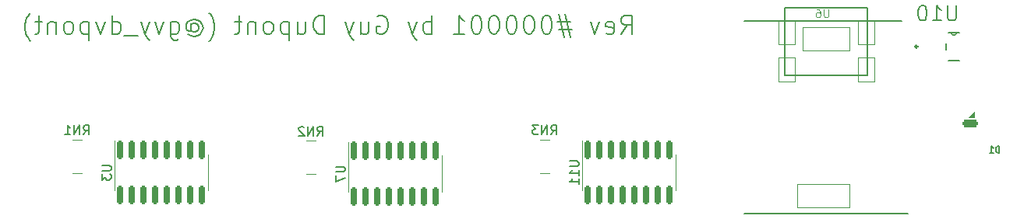
<source format=gbo>
G04 #@! TF.GenerationSoftware,KiCad,Pcbnew,(6.0.6-0)*
G04 #@! TF.CreationDate,2022-09-04T13:15:17-04:00*
G04 #@! TF.ProjectId,dial_toner_mx,6469616c-5f74-46f6-9e65-725f6d782e6b,rev?*
G04 #@! TF.SameCoordinates,Original*
G04 #@! TF.FileFunction,Legend,Bot*
G04 #@! TF.FilePolarity,Positive*
%FSLAX46Y46*%
G04 Gerber Fmt 4.6, Leading zero omitted, Abs format (unit mm)*
G04 Created by KiCad (PCBNEW (6.0.6-0)) date 2022-09-04 13:15:17*
%MOMM*%
%LPD*%
G01*
G04 APERTURE LIST*
G04 Aperture macros list*
%AMRoundRect*
0 Rectangle with rounded corners*
0 $1 Rounding radius*
0 $2 $3 $4 $5 $6 $7 $8 $9 X,Y pos of 4 corners*
0 Add a 4 corners polygon primitive as box body*
4,1,4,$2,$3,$4,$5,$6,$7,$8,$9,$2,$3,0*
0 Add four circle primitives for the rounded corners*
1,1,$1+$1,$2,$3*
1,1,$1+$1,$4,$5*
1,1,$1+$1,$6,$7*
1,1,$1+$1,$8,$9*
0 Add four rect primitives between the rounded corners*
20,1,$1+$1,$2,$3,$4,$5,0*
20,1,$1+$1,$4,$5,$6,$7,0*
20,1,$1+$1,$6,$7,$8,$9,0*
20,1,$1+$1,$8,$9,$2,$3,0*%
G04 Aperture macros list end*
%ADD10C,0.150000*%
%ADD11C,0.101600*%
%ADD12C,0.066040*%
%ADD13C,0.127000*%
%ADD14C,0.254000*%
%ADD15C,0.120000*%
%ADD16C,0.152400*%
%ADD17C,0.100000*%
%ADD18O,2.748280X1.998980*%
%ADD19C,1.700000*%
%ADD20C,1.701800*%
%ADD21C,0.990600*%
%ADD22C,3.429000*%
%ADD23C,2.032000*%
%ADD24R,0.800000X0.480000*%
%ADD25R,0.800000X0.320000*%
%ADD26R,1.270000X0.558800*%
%ADD27R,1.700000X0.820000*%
%ADD28RoundRect,0.205000X0.645000X0.205000X-0.645000X0.205000X-0.645000X-0.205000X0.645000X-0.205000X0*%
%ADD29RoundRect,0.150000X-0.150000X0.825000X-0.150000X-0.825000X0.150000X-0.825000X0.150000X0.825000X0*%
G04 APERTURE END LIST*
D10*
X153221523Y-120284761D02*
X153888190Y-119332380D01*
X154364380Y-120284761D02*
X154364380Y-118284761D01*
X153602476Y-118284761D01*
X153412000Y-118380000D01*
X153316761Y-118475238D01*
X153221523Y-118665714D01*
X153221523Y-118951428D01*
X153316761Y-119141904D01*
X153412000Y-119237142D01*
X153602476Y-119332380D01*
X154364380Y-119332380D01*
X151602476Y-120189523D02*
X151792952Y-120284761D01*
X152173904Y-120284761D01*
X152364380Y-120189523D01*
X152459619Y-119999047D01*
X152459619Y-119237142D01*
X152364380Y-119046666D01*
X152173904Y-118951428D01*
X151792952Y-118951428D01*
X151602476Y-119046666D01*
X151507238Y-119237142D01*
X151507238Y-119427619D01*
X152459619Y-119618095D01*
X150840571Y-118951428D02*
X150364380Y-120284761D01*
X149888190Y-118951428D01*
X147697714Y-118951428D02*
X146269142Y-118951428D01*
X147126285Y-118094285D02*
X147697714Y-120665714D01*
X146459619Y-119808571D02*
X147888190Y-119808571D01*
X147031047Y-120665714D02*
X146459619Y-118094285D01*
X145221523Y-118284761D02*
X145031047Y-118284761D01*
X144840571Y-118380000D01*
X144745333Y-118475238D01*
X144650095Y-118665714D01*
X144554857Y-119046666D01*
X144554857Y-119522857D01*
X144650095Y-119903809D01*
X144745333Y-120094285D01*
X144840571Y-120189523D01*
X145031047Y-120284761D01*
X145221523Y-120284761D01*
X145412000Y-120189523D01*
X145507238Y-120094285D01*
X145602476Y-119903809D01*
X145697714Y-119522857D01*
X145697714Y-119046666D01*
X145602476Y-118665714D01*
X145507238Y-118475238D01*
X145412000Y-118380000D01*
X145221523Y-118284761D01*
X143316761Y-118284761D02*
X143126285Y-118284761D01*
X142935809Y-118380000D01*
X142840571Y-118475238D01*
X142745333Y-118665714D01*
X142650095Y-119046666D01*
X142650095Y-119522857D01*
X142745333Y-119903809D01*
X142840571Y-120094285D01*
X142935809Y-120189523D01*
X143126285Y-120284761D01*
X143316761Y-120284761D01*
X143507238Y-120189523D01*
X143602476Y-120094285D01*
X143697714Y-119903809D01*
X143792952Y-119522857D01*
X143792952Y-119046666D01*
X143697714Y-118665714D01*
X143602476Y-118475238D01*
X143507238Y-118380000D01*
X143316761Y-118284761D01*
X141412000Y-118284761D02*
X141221523Y-118284761D01*
X141031047Y-118380000D01*
X140935809Y-118475238D01*
X140840571Y-118665714D01*
X140745333Y-119046666D01*
X140745333Y-119522857D01*
X140840571Y-119903809D01*
X140935809Y-120094285D01*
X141031047Y-120189523D01*
X141221523Y-120284761D01*
X141412000Y-120284761D01*
X141602476Y-120189523D01*
X141697714Y-120094285D01*
X141792952Y-119903809D01*
X141888190Y-119522857D01*
X141888190Y-119046666D01*
X141792952Y-118665714D01*
X141697714Y-118475238D01*
X141602476Y-118380000D01*
X141412000Y-118284761D01*
X139507238Y-118284761D02*
X139316761Y-118284761D01*
X139126285Y-118380000D01*
X139031047Y-118475238D01*
X138935809Y-118665714D01*
X138840571Y-119046666D01*
X138840571Y-119522857D01*
X138935809Y-119903809D01*
X139031047Y-120094285D01*
X139126285Y-120189523D01*
X139316761Y-120284761D01*
X139507238Y-120284761D01*
X139697714Y-120189523D01*
X139792952Y-120094285D01*
X139888190Y-119903809D01*
X139983428Y-119522857D01*
X139983428Y-119046666D01*
X139888190Y-118665714D01*
X139792952Y-118475238D01*
X139697714Y-118380000D01*
X139507238Y-118284761D01*
X137602476Y-118284761D02*
X137412000Y-118284761D01*
X137221523Y-118380000D01*
X137126285Y-118475238D01*
X137031047Y-118665714D01*
X136935809Y-119046666D01*
X136935809Y-119522857D01*
X137031047Y-119903809D01*
X137126285Y-120094285D01*
X137221523Y-120189523D01*
X137412000Y-120284761D01*
X137602476Y-120284761D01*
X137792952Y-120189523D01*
X137888190Y-120094285D01*
X137983428Y-119903809D01*
X138078666Y-119522857D01*
X138078666Y-119046666D01*
X137983428Y-118665714D01*
X137888190Y-118475238D01*
X137792952Y-118380000D01*
X137602476Y-118284761D01*
X135031047Y-120284761D02*
X136173904Y-120284761D01*
X135602476Y-120284761D02*
X135602476Y-118284761D01*
X135792952Y-118570476D01*
X135983428Y-118760952D01*
X136173904Y-118856190D01*
X132650095Y-120284761D02*
X132650095Y-118284761D01*
X132650095Y-119046666D02*
X132459619Y-118951428D01*
X132078666Y-118951428D01*
X131888190Y-119046666D01*
X131792952Y-119141904D01*
X131697714Y-119332380D01*
X131697714Y-119903809D01*
X131792952Y-120094285D01*
X131888190Y-120189523D01*
X132078666Y-120284761D01*
X132459619Y-120284761D01*
X132650095Y-120189523D01*
X131031047Y-118951428D02*
X130554857Y-120284761D01*
X130078666Y-118951428D02*
X130554857Y-120284761D01*
X130745333Y-120760952D01*
X130840571Y-120856190D01*
X131031047Y-120951428D01*
X126745333Y-118380000D02*
X126935809Y-118284761D01*
X127221523Y-118284761D01*
X127507238Y-118380000D01*
X127697714Y-118570476D01*
X127792952Y-118760952D01*
X127888190Y-119141904D01*
X127888190Y-119427619D01*
X127792952Y-119808571D01*
X127697714Y-119999047D01*
X127507238Y-120189523D01*
X127221523Y-120284761D01*
X127031047Y-120284761D01*
X126745333Y-120189523D01*
X126650095Y-120094285D01*
X126650095Y-119427619D01*
X127031047Y-119427619D01*
X124935809Y-118951428D02*
X124935809Y-120284761D01*
X125792952Y-118951428D02*
X125792952Y-119999047D01*
X125697714Y-120189523D01*
X125507238Y-120284761D01*
X125221523Y-120284761D01*
X125031047Y-120189523D01*
X124935809Y-120094285D01*
X124173904Y-118951428D02*
X123697714Y-120284761D01*
X123221523Y-118951428D02*
X123697714Y-120284761D01*
X123888190Y-120760952D01*
X123983428Y-120856190D01*
X124173904Y-120951428D01*
X120935809Y-120284761D02*
X120935809Y-118284761D01*
X120459619Y-118284761D01*
X120173904Y-118380000D01*
X119983428Y-118570476D01*
X119888190Y-118760952D01*
X119792952Y-119141904D01*
X119792952Y-119427619D01*
X119888190Y-119808571D01*
X119983428Y-119999047D01*
X120173904Y-120189523D01*
X120459619Y-120284761D01*
X120935809Y-120284761D01*
X118078666Y-118951428D02*
X118078666Y-120284761D01*
X118935809Y-118951428D02*
X118935809Y-119999047D01*
X118840571Y-120189523D01*
X118650095Y-120284761D01*
X118364380Y-120284761D01*
X118173904Y-120189523D01*
X118078666Y-120094285D01*
X117126285Y-118951428D02*
X117126285Y-120951428D01*
X117126285Y-119046666D02*
X116935809Y-118951428D01*
X116554857Y-118951428D01*
X116364380Y-119046666D01*
X116269142Y-119141904D01*
X116173904Y-119332380D01*
X116173904Y-119903809D01*
X116269142Y-120094285D01*
X116364380Y-120189523D01*
X116554857Y-120284761D01*
X116935809Y-120284761D01*
X117126285Y-120189523D01*
X115031047Y-120284761D02*
X115221523Y-120189523D01*
X115316761Y-120094285D01*
X115412000Y-119903809D01*
X115412000Y-119332380D01*
X115316761Y-119141904D01*
X115221523Y-119046666D01*
X115031047Y-118951428D01*
X114745333Y-118951428D01*
X114554857Y-119046666D01*
X114459619Y-119141904D01*
X114364380Y-119332380D01*
X114364380Y-119903809D01*
X114459619Y-120094285D01*
X114554857Y-120189523D01*
X114745333Y-120284761D01*
X115031047Y-120284761D01*
X113507238Y-118951428D02*
X113507238Y-120284761D01*
X113507238Y-119141904D02*
X113412000Y-119046666D01*
X113221523Y-118951428D01*
X112935809Y-118951428D01*
X112745333Y-119046666D01*
X112650095Y-119237142D01*
X112650095Y-120284761D01*
X111983428Y-118951428D02*
X111221523Y-118951428D01*
X111697714Y-118284761D02*
X111697714Y-119999047D01*
X111602476Y-120189523D01*
X111412000Y-120284761D01*
X111221523Y-120284761D01*
X108459619Y-121046666D02*
X108554857Y-120951428D01*
X108745333Y-120665714D01*
X108840571Y-120475238D01*
X108935809Y-120189523D01*
X109031047Y-119713333D01*
X109031047Y-119332380D01*
X108935809Y-118856190D01*
X108840571Y-118570476D01*
X108745333Y-118380000D01*
X108554857Y-118094285D01*
X108459619Y-117999047D01*
X106459619Y-119332380D02*
X106554857Y-119237142D01*
X106745333Y-119141904D01*
X106935809Y-119141904D01*
X107126285Y-119237142D01*
X107221523Y-119332380D01*
X107316761Y-119522857D01*
X107316761Y-119713333D01*
X107221523Y-119903809D01*
X107126285Y-119999047D01*
X106935809Y-120094285D01*
X106745333Y-120094285D01*
X106554857Y-119999047D01*
X106459619Y-119903809D01*
X106459619Y-119141904D02*
X106459619Y-119903809D01*
X106364380Y-119999047D01*
X106269142Y-119999047D01*
X106078666Y-119903809D01*
X105983428Y-119713333D01*
X105983428Y-119237142D01*
X106173904Y-118951428D01*
X106459619Y-118760952D01*
X106840571Y-118665714D01*
X107221523Y-118760952D01*
X107507238Y-118951428D01*
X107697714Y-119237142D01*
X107792952Y-119618095D01*
X107697714Y-119999047D01*
X107507238Y-120284761D01*
X107221523Y-120475238D01*
X106840571Y-120570476D01*
X106459619Y-120475238D01*
X106173904Y-120284761D01*
X104269142Y-118951428D02*
X104269142Y-120570476D01*
X104364380Y-120760952D01*
X104459619Y-120856190D01*
X104650095Y-120951428D01*
X104935809Y-120951428D01*
X105126285Y-120856190D01*
X104269142Y-120189523D02*
X104459619Y-120284761D01*
X104840571Y-120284761D01*
X105031047Y-120189523D01*
X105126285Y-120094285D01*
X105221523Y-119903809D01*
X105221523Y-119332380D01*
X105126285Y-119141904D01*
X105031047Y-119046666D01*
X104840571Y-118951428D01*
X104459619Y-118951428D01*
X104269142Y-119046666D01*
X103507238Y-118951428D02*
X103031047Y-120284761D01*
X102554857Y-118951428D01*
X101983428Y-118951428D02*
X101507238Y-120284761D01*
X101031047Y-118951428D02*
X101507238Y-120284761D01*
X101697714Y-120760952D01*
X101792952Y-120856190D01*
X101983428Y-120951428D01*
X100745333Y-120475238D02*
X99221523Y-120475238D01*
X97888190Y-120284761D02*
X97888190Y-118284761D01*
X97888190Y-120189523D02*
X98078666Y-120284761D01*
X98459619Y-120284761D01*
X98650095Y-120189523D01*
X98745333Y-120094285D01*
X98840571Y-119903809D01*
X98840571Y-119332380D01*
X98745333Y-119141904D01*
X98650095Y-119046666D01*
X98459619Y-118951428D01*
X98078666Y-118951428D01*
X97888190Y-119046666D01*
X97126285Y-118951428D02*
X96650095Y-120284761D01*
X96173904Y-118951428D01*
X95412000Y-118951428D02*
X95412000Y-120951428D01*
X95412000Y-119046666D02*
X95221523Y-118951428D01*
X94840571Y-118951428D01*
X94650095Y-119046666D01*
X94554857Y-119141904D01*
X94459619Y-119332380D01*
X94459619Y-119903809D01*
X94554857Y-120094285D01*
X94650095Y-120189523D01*
X94840571Y-120284761D01*
X95221523Y-120284761D01*
X95412000Y-120189523D01*
X93316761Y-120284761D02*
X93507238Y-120189523D01*
X93602476Y-120094285D01*
X93697714Y-119903809D01*
X93697714Y-119332380D01*
X93602476Y-119141904D01*
X93507238Y-119046666D01*
X93316761Y-118951428D01*
X93031047Y-118951428D01*
X92840571Y-119046666D01*
X92745333Y-119141904D01*
X92650095Y-119332380D01*
X92650095Y-119903809D01*
X92745333Y-120094285D01*
X92840571Y-120189523D01*
X93031047Y-120284761D01*
X93316761Y-120284761D01*
X91792952Y-118951428D02*
X91792952Y-120284761D01*
X91792952Y-119141904D02*
X91697714Y-119046666D01*
X91507238Y-118951428D01*
X91221523Y-118951428D01*
X91031047Y-119046666D01*
X90935809Y-119237142D01*
X90935809Y-120284761D01*
X90269142Y-118951428D02*
X89507238Y-118951428D01*
X89983428Y-118284761D02*
X89983428Y-119999047D01*
X89888190Y-120189523D01*
X89697714Y-120284761D01*
X89507238Y-120284761D01*
X89031047Y-121046666D02*
X88935809Y-120951428D01*
X88745333Y-120665714D01*
X88650095Y-120475238D01*
X88554857Y-120189523D01*
X88459619Y-119713333D01*
X88459619Y-119332380D01*
X88554857Y-118856190D01*
X88650095Y-118570476D01*
X88745333Y-118380000D01*
X88935809Y-118094285D01*
X89031047Y-117999047D01*
D11*
X175746833Y-117559666D02*
X175746833Y-118279333D01*
X175704500Y-118364000D01*
X175662166Y-118406333D01*
X175577500Y-118448666D01*
X175408166Y-118448666D01*
X175323500Y-118406333D01*
X175281166Y-118364000D01*
X175238833Y-118279333D01*
X175238833Y-117559666D01*
X174434500Y-117559666D02*
X174603833Y-117559666D01*
X174688500Y-117602000D01*
X174730833Y-117644333D01*
X174815500Y-117771333D01*
X174857833Y-117940666D01*
X174857833Y-118279333D01*
X174815500Y-118364000D01*
X174773166Y-118406333D01*
X174688500Y-118448666D01*
X174519166Y-118448666D01*
X174434500Y-118406333D01*
X174392166Y-118364000D01*
X174349833Y-118279333D01*
X174349833Y-118067666D01*
X174392166Y-117983000D01*
X174434500Y-117940666D01*
X174519166Y-117898333D01*
X174688500Y-117898333D01*
X174773166Y-117940666D01*
X174815500Y-117983000D01*
X174857833Y-118067666D01*
D10*
X145597476Y-131256380D02*
X145930809Y-130780190D01*
X146168904Y-131256380D02*
X146168904Y-130256380D01*
X145787952Y-130256380D01*
X145692714Y-130304000D01*
X145645095Y-130351619D01*
X145597476Y-130446857D01*
X145597476Y-130589714D01*
X145645095Y-130684952D01*
X145692714Y-130732571D01*
X145787952Y-130780190D01*
X146168904Y-130780190D01*
X145168904Y-131256380D02*
X145168904Y-130256380D01*
X144597476Y-131256380D01*
X144597476Y-130256380D01*
X144216523Y-130256380D02*
X143597476Y-130256380D01*
X143930809Y-130637333D01*
X143787952Y-130637333D01*
X143692714Y-130684952D01*
X143645095Y-130732571D01*
X143597476Y-130827809D01*
X143597476Y-131065904D01*
X143645095Y-131161142D01*
X143692714Y-131208761D01*
X143787952Y-131256380D01*
X144073666Y-131256380D01*
X144168904Y-131208761D01*
X144216523Y-131161142D01*
X189634931Y-117185710D02*
X189634931Y-118513565D01*
X189556822Y-118669783D01*
X189478713Y-118747892D01*
X189322495Y-118826001D01*
X189010058Y-118826001D01*
X188853840Y-118747892D01*
X188775731Y-118669783D01*
X188697622Y-118513565D01*
X188697622Y-117185710D01*
X187057331Y-118826001D02*
X187994640Y-118826001D01*
X187525985Y-118826001D02*
X187525985Y-117185710D01*
X187682204Y-117420037D01*
X187838422Y-117576255D01*
X187994640Y-117654364D01*
X186041913Y-117185710D02*
X185885694Y-117185710D01*
X185729476Y-117263819D01*
X185651367Y-117341928D01*
X185573258Y-117498146D01*
X185495149Y-117810583D01*
X185495149Y-118201128D01*
X185573258Y-118513565D01*
X185651367Y-118669783D01*
X185729476Y-118747892D01*
X185885694Y-118826001D01*
X186041913Y-118826001D01*
X186198131Y-118747892D01*
X186276240Y-118669783D01*
X186354349Y-118513565D01*
X186432458Y-118201128D01*
X186432458Y-117810583D01*
X186354349Y-117498146D01*
X186276240Y-117341928D01*
X186198131Y-117263819D01*
X186041913Y-117185710D01*
X120197476Y-131383380D02*
X120530809Y-130907190D01*
X120768904Y-131383380D02*
X120768904Y-130383380D01*
X120387952Y-130383380D01*
X120292714Y-130431000D01*
X120245095Y-130478619D01*
X120197476Y-130573857D01*
X120197476Y-130716714D01*
X120245095Y-130811952D01*
X120292714Y-130859571D01*
X120387952Y-130907190D01*
X120768904Y-130907190D01*
X119768904Y-131383380D02*
X119768904Y-130383380D01*
X119197476Y-131383380D01*
X119197476Y-130383380D01*
X118768904Y-130478619D02*
X118721285Y-130431000D01*
X118626047Y-130383380D01*
X118387952Y-130383380D01*
X118292714Y-130431000D01*
X118245095Y-130478619D01*
X118197476Y-130573857D01*
X118197476Y-130669095D01*
X118245095Y-130811952D01*
X118816523Y-131383380D01*
X118197476Y-131383380D01*
X194318666Y-133226666D02*
X194318666Y-132526666D01*
X194152000Y-132526666D01*
X194052000Y-132560000D01*
X193985333Y-132626666D01*
X193952000Y-132693333D01*
X193918666Y-132826666D01*
X193918666Y-132926666D01*
X193952000Y-133060000D01*
X193985333Y-133126666D01*
X194052000Y-133193333D01*
X194152000Y-133226666D01*
X194318666Y-133226666D01*
X193252000Y-133226666D02*
X193652000Y-133226666D01*
X193452000Y-133226666D02*
X193452000Y-132526666D01*
X193518666Y-132626666D01*
X193585333Y-132693333D01*
X193652000Y-132726666D01*
X94797476Y-131256380D02*
X95130809Y-130780190D01*
X95368904Y-131256380D02*
X95368904Y-130256380D01*
X94987952Y-130256380D01*
X94892714Y-130304000D01*
X94845095Y-130351619D01*
X94797476Y-130446857D01*
X94797476Y-130589714D01*
X94845095Y-130684952D01*
X94892714Y-130732571D01*
X94987952Y-130780190D01*
X95368904Y-130780190D01*
X94368904Y-131256380D02*
X94368904Y-130256380D01*
X93797476Y-131256380D01*
X93797476Y-130256380D01*
X92797476Y-131256380D02*
X93368904Y-131256380D01*
X93083190Y-131256380D02*
X93083190Y-130256380D01*
X93178428Y-130399238D01*
X93273666Y-130494476D01*
X93368904Y-130542095D01*
X147603380Y-134143904D02*
X148412904Y-134143904D01*
X148508142Y-134191523D01*
X148555761Y-134239142D01*
X148603380Y-134334380D01*
X148603380Y-134524857D01*
X148555761Y-134620095D01*
X148508142Y-134667714D01*
X148412904Y-134715333D01*
X147603380Y-134715333D01*
X148603380Y-135715333D02*
X148603380Y-135143904D01*
X148603380Y-135429619D02*
X147603380Y-135429619D01*
X147746238Y-135334380D01*
X147841476Y-135239142D01*
X147889095Y-135143904D01*
X148603380Y-136667714D02*
X148603380Y-136096285D01*
X148603380Y-136382000D02*
X147603380Y-136382000D01*
X147746238Y-136286761D01*
X147841476Y-136191523D01*
X147889095Y-136096285D01*
X122203380Y-134747095D02*
X123012904Y-134747095D01*
X123108142Y-134794714D01*
X123155761Y-134842333D01*
X123203380Y-134937571D01*
X123203380Y-135128047D01*
X123155761Y-135223285D01*
X123108142Y-135270904D01*
X123012904Y-135318523D01*
X122203380Y-135318523D01*
X122203380Y-135699476D02*
X122203380Y-136366142D01*
X123203380Y-135937571D01*
X96803380Y-134620095D02*
X97612904Y-134620095D01*
X97708142Y-134667714D01*
X97755761Y-134715333D01*
X97803380Y-134810571D01*
X97803380Y-135001047D01*
X97755761Y-135096285D01*
X97708142Y-135143904D01*
X97612904Y-135191523D01*
X96803380Y-135191523D01*
X96803380Y-135572476D02*
X96803380Y-136191523D01*
X97184333Y-135858190D01*
X97184333Y-136001047D01*
X97231952Y-136096285D01*
X97279571Y-136143904D01*
X97374809Y-136191523D01*
X97612904Y-136191523D01*
X97708142Y-136143904D01*
X97755761Y-136096285D01*
X97803380Y-136001047D01*
X97803380Y-135715333D01*
X97755761Y-135620095D01*
X97708142Y-135572476D01*
D12*
X172085000Y-121412000D02*
X172085000Y-118745000D01*
X178054000Y-119507000D02*
X172974000Y-119507000D01*
X172974000Y-122047000D02*
X172974000Y-119507000D01*
X172085000Y-125478540D02*
X170307000Y-125478540D01*
X180721000Y-118745000D02*
X178943000Y-118745000D01*
D13*
X180004720Y-117403880D02*
X171010580Y-117403880D01*
D12*
X170307000Y-125478540D02*
X170307000Y-122809000D01*
X178943000Y-125478540D02*
X178943000Y-122809000D01*
X178054000Y-139192000D02*
X172339000Y-139192000D01*
X178054000Y-136652000D02*
X172339000Y-136652000D01*
X172339000Y-139192000D02*
X172339000Y-136652000D01*
X180721000Y-125478540D02*
X178943000Y-125478540D01*
X172085000Y-121412000D02*
X170307000Y-121412000D01*
X180721000Y-122809000D02*
X178943000Y-122809000D01*
D13*
X180009800Y-124757180D02*
X180009800Y-117403880D01*
D12*
X178054000Y-139192000D02*
X178054000Y-136652000D01*
D13*
X171010580Y-117403880D02*
X171010580Y-124757180D01*
D12*
X180721000Y-121412000D02*
X178943000Y-121412000D01*
X178054000Y-122047000D02*
X178054000Y-119507000D01*
X178943000Y-121412000D02*
X178943000Y-118745000D01*
D13*
X184404000Y-139827000D02*
X166606220Y-139827000D01*
D12*
X170307000Y-121412000D02*
X170307000Y-118745000D01*
X172085000Y-125478540D02*
X172085000Y-122809000D01*
X180721000Y-121412000D02*
X180721000Y-118745000D01*
X172085000Y-118745000D02*
X170307000Y-118745000D01*
D13*
X171010580Y-124757180D02*
X180009800Y-124757180D01*
D12*
X178054000Y-122047000D02*
X172974000Y-122047000D01*
X172085000Y-122809000D02*
X170307000Y-122809000D01*
D13*
X166606220Y-118828820D02*
X183733440Y-118828820D01*
D12*
X180721000Y-125478540D02*
X180721000Y-122809000D01*
D14*
X185420000Y-121666000D02*
G75*
G03*
X185420000Y-121666000I-127000J0D01*
G01*
D15*
X144377000Y-131784000D02*
X145437000Y-131784000D01*
X144377000Y-135424000D02*
X145437000Y-135424000D01*
D16*
X189052200Y-120116600D02*
G75*
G03*
X189661800Y-120116600I304800J0D01*
G01*
X189966600Y-123215400D02*
X188747400Y-123215400D01*
X188747400Y-120116600D02*
X189052200Y-120116600D01*
X189661800Y-120116600D02*
X189966600Y-120116600D01*
X188518800Y-121996200D02*
X188518800Y-121335800D01*
X189052200Y-120116600D02*
X189661800Y-120116600D01*
D15*
X118977000Y-135551000D02*
X120037000Y-135551000D01*
X118977000Y-131911000D02*
X120037000Y-131911000D01*
G36*
X191602000Y-129410000D02*
G01*
X191002000Y-129410000D01*
X191602000Y-128810000D01*
X191602000Y-129410000D01*
G37*
D17*
X191602000Y-129410000D02*
X191002000Y-129410000D01*
X191602000Y-128810000D01*
X191602000Y-129410000D01*
D15*
X93577000Y-135424000D02*
X94637000Y-135424000D01*
X93577000Y-131784000D02*
X94637000Y-131784000D01*
X148991000Y-135382000D02*
X148991000Y-131932000D01*
X148991000Y-135382000D02*
X148991000Y-137332000D01*
X159111000Y-135382000D02*
X159111000Y-133432000D01*
X159111000Y-135382000D02*
X159111000Y-137332000D01*
X123591000Y-135509000D02*
X123591000Y-132059000D01*
X133711000Y-135509000D02*
X133711000Y-133559000D01*
X133711000Y-135509000D02*
X133711000Y-137459000D01*
X123591000Y-135509000D02*
X123591000Y-137459000D01*
X98191000Y-135382000D02*
X98191000Y-137332000D01*
X108311000Y-135382000D02*
X108311000Y-133432000D01*
X98191000Y-135382000D02*
X98191000Y-131932000D01*
X108311000Y-135382000D02*
X108311000Y-137332000D01*
%LPC*%
D18*
X183570880Y-121709180D03*
X183570880Y-124249180D03*
X183570880Y-126789180D03*
X183570880Y-129329180D03*
X183570880Y-131869180D03*
X183570880Y-134409180D03*
X183570880Y-136949180D03*
X167406320Y-136949180D03*
X167406320Y-134409180D03*
X167406320Y-131869180D03*
X167406320Y-129329180D03*
X167406320Y-126789180D03*
X167406320Y-124249180D03*
X167406320Y-121709180D03*
D19*
X143256000Y-122682000D03*
X143256000Y-125222000D03*
X143256000Y-127762000D03*
X150876000Y-122682000D03*
X150876000Y-125222000D03*
X150876000Y-127762000D03*
D20*
X188302000Y-125984000D03*
D21*
X188582000Y-130184000D03*
D22*
X193802000Y-125984000D03*
D20*
X199302000Y-125984000D03*
D23*
X193802000Y-120084000D03*
X198802000Y-122184000D03*
D19*
X105156000Y-122682000D03*
X105156000Y-125222000D03*
X105156000Y-127762000D03*
X112776000Y-122682000D03*
X112776000Y-125222000D03*
X112776000Y-127762000D03*
X130556000Y-122682000D03*
X130556000Y-125222000D03*
X130556000Y-127762000D03*
X138176000Y-122682000D03*
X138176000Y-125222000D03*
X138176000Y-127762000D03*
X117856000Y-122682000D03*
X117856000Y-125222000D03*
X117856000Y-127762000D03*
X125476000Y-122682000D03*
X125476000Y-125222000D03*
X125476000Y-127762000D03*
X155956000Y-122682000D03*
X155956000Y-125222000D03*
X155956000Y-127762000D03*
X163576000Y-122682000D03*
X163576000Y-125222000D03*
X163576000Y-127762000D03*
X92456000Y-122682000D03*
X92456000Y-125222000D03*
X92456000Y-127762000D03*
X100076000Y-122682000D03*
X100076000Y-125222000D03*
X100076000Y-127762000D03*
D24*
X145807000Y-132244000D03*
D25*
X145807000Y-132964000D03*
X145807000Y-133604000D03*
X145807000Y-134244000D03*
D24*
X145807000Y-134964000D03*
X144007000Y-134964000D03*
D25*
X144007000Y-134244000D03*
X144007000Y-133604000D03*
X144007000Y-132964000D03*
D24*
X144007000Y-132244000D03*
D26*
X188061600Y-120726200D03*
X188061600Y-122605800D03*
X190652400Y-122605800D03*
X190652400Y-121666000D03*
X190652400Y-120726200D03*
D24*
X120407000Y-132371000D03*
D25*
X120407000Y-133091000D03*
X120407000Y-133731000D03*
X120407000Y-134371000D03*
D24*
X120407000Y-135091000D03*
X118607000Y-135091000D03*
D25*
X118607000Y-134371000D03*
X118607000Y-133731000D03*
X118607000Y-133091000D03*
D24*
X118607000Y-132371000D03*
D27*
X196469000Y-131560000D03*
X196469000Y-130060000D03*
D28*
X191135000Y-130060000D03*
D27*
X191135000Y-131560000D03*
D24*
X95007000Y-132244000D03*
D25*
X95007000Y-132964000D03*
X95007000Y-133604000D03*
X95007000Y-134244000D03*
D24*
X95007000Y-134964000D03*
X93207000Y-134964000D03*
D25*
X93207000Y-134244000D03*
X93207000Y-133604000D03*
X93207000Y-132964000D03*
D24*
X93207000Y-132244000D03*
D29*
X149606000Y-137857000D03*
X150876000Y-137857000D03*
X152146000Y-137857000D03*
X153416000Y-137857000D03*
X154686000Y-137857000D03*
X155956000Y-137857000D03*
X157226000Y-137857000D03*
X158496000Y-137857000D03*
X158496000Y-132907000D03*
X157226000Y-132907000D03*
X155956000Y-132907000D03*
X154686000Y-132907000D03*
X153416000Y-132907000D03*
X152146000Y-132907000D03*
X150876000Y-132907000D03*
X149606000Y-132907000D03*
X124206000Y-133034000D03*
X125476000Y-133034000D03*
X126746000Y-133034000D03*
X128016000Y-133034000D03*
X129286000Y-133034000D03*
X130556000Y-133034000D03*
X131826000Y-133034000D03*
X133096000Y-133034000D03*
X133096000Y-137984000D03*
X131826000Y-137984000D03*
X130556000Y-137984000D03*
X129286000Y-137984000D03*
X128016000Y-137984000D03*
X126746000Y-137984000D03*
X125476000Y-137984000D03*
X124206000Y-137984000D03*
X98806000Y-132907000D03*
X100076000Y-132907000D03*
X101346000Y-132907000D03*
X102616000Y-132907000D03*
X103886000Y-132907000D03*
X105156000Y-132907000D03*
X106426000Y-132907000D03*
X107696000Y-132907000D03*
X107696000Y-137857000D03*
X106426000Y-137857000D03*
X105156000Y-137857000D03*
X103886000Y-137857000D03*
X102616000Y-137857000D03*
X101346000Y-137857000D03*
X100076000Y-137857000D03*
X98806000Y-137857000D03*
M02*

</source>
